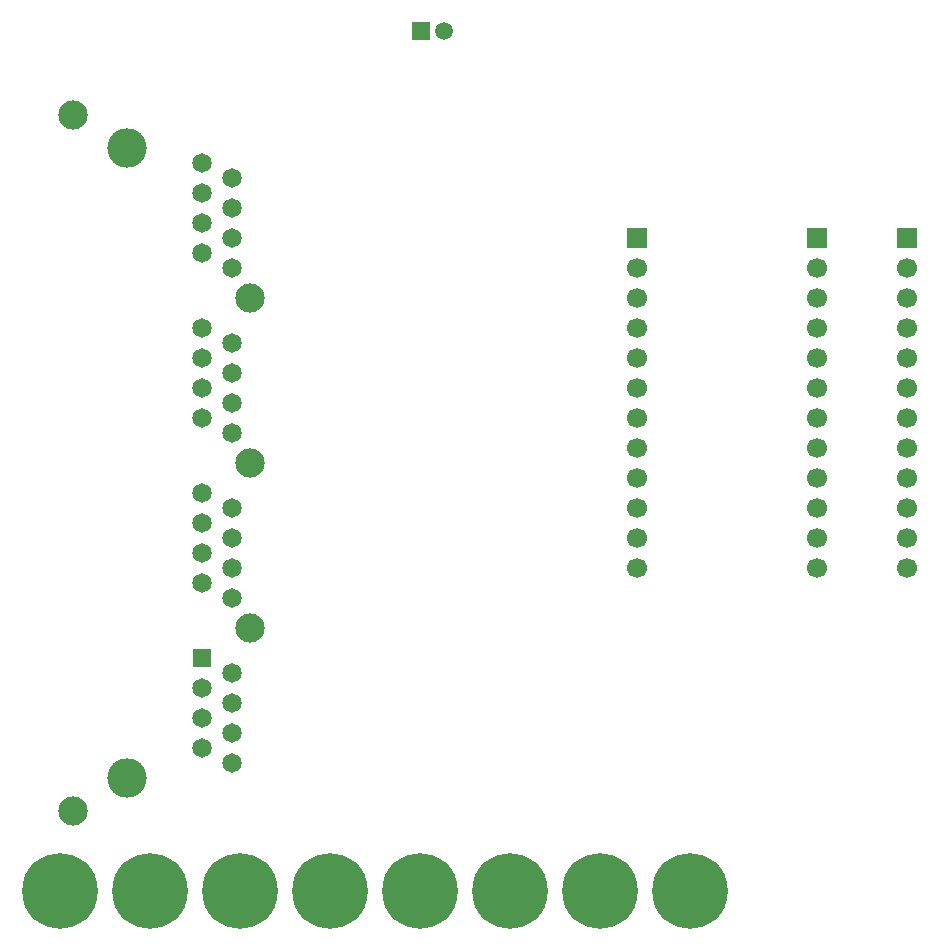
<source format=gbs>
%TF.GenerationSoftware,KiCad,Pcbnew,9.0.7-9.0.7~ubuntu24.04.1*%
%TF.CreationDate,2026-01-11T20:57:21+02:00*%
%TF.ProjectId,HCP65 24 Pin Tester,48435036-3520-4323-9420-50696e205465,V1*%
%TF.SameCoordinates,Original*%
%TF.FileFunction,Soldermask,Bot*%
%TF.FilePolarity,Negative*%
%FSLAX46Y46*%
G04 Gerber Fmt 4.6, Leading zero omitted, Abs format (unit mm)*
G04 Created by KiCad (PCBNEW 9.0.7-9.0.7~ubuntu24.04.1) date 2026-01-11 20:57:21*
%MOMM*%
%LPD*%
G01*
G04 APERTURE LIST*
%ADD10C,1.700000*%
%ADD11R,1.700000X1.700000*%
%ADD12C,2.475000*%
%ADD13C,1.650000*%
%ADD14R,1.650000X1.650000*%
%ADD15C,3.330000*%
%ADD16C,6.400000*%
%ADD17R,1.500000X1.500000*%
%ADD18C,1.500000*%
G04 APERTURE END LIST*
D10*
%TO.C,J3*%
X52070000Y-34290000D03*
X52070000Y-31750000D03*
X52070000Y-29210000D03*
X52070000Y-26670000D03*
X52070000Y-24130000D03*
X52070000Y-21590000D03*
X52070000Y-19050000D03*
X52070000Y-16510000D03*
X52070000Y-13970000D03*
X52070000Y-11430000D03*
X52070000Y-8890000D03*
D11*
X52070000Y-6350000D03*
%TD*%
D12*
%TO.C,J1*%
X-10920000Y-54860000D03*
X4060000Y-39370000D03*
X4060000Y-25400001D03*
X4060000Y-11430000D03*
X-10920000Y4060000D03*
D13*
X2540000Y-8890000D03*
X0Y-7619999D03*
X2540000Y-6350000D03*
X0Y-5080000D03*
X2540000Y-3810000D03*
X0Y-2540000D03*
X2540000Y-1270000D03*
X0Y0D03*
X2540000Y-22860000D03*
X0Y-21590000D03*
X2540000Y-20320000D03*
X0Y-19050000D03*
X2540000Y-17780000D03*
X0Y-16510000D03*
X2540000Y-15240000D03*
X0Y-13970001D03*
X2540000Y-36830000D03*
X0Y-35560000D03*
X2540000Y-34290000D03*
X0Y-33020000D03*
X2540000Y-31750000D03*
X0Y-30479999D03*
X2540000Y-29210000D03*
X0Y-27940000D03*
X2540000Y-50800000D03*
X0Y-49530000D03*
X2540000Y-48260000D03*
X0Y-46989999D03*
X2540000Y-45720000D03*
X0Y-44450000D03*
X2540000Y-43180000D03*
D14*
X0Y-41910000D03*
D15*
X-6350000Y-52070000D03*
X-6350000Y1270000D03*
%TD*%
D16*
%TO.C,H4*%
X3247002Y-61595496D03*
%TD*%
%TO.C,H7*%
X18487002Y-61595496D03*
%TD*%
%TO.C,H8*%
X33727002Y-61595496D03*
%TD*%
%TO.C,H6*%
X26107002Y-61595496D03*
%TD*%
%TO.C,H3*%
X-4372998Y-61595496D03*
%TD*%
%TO.C,H5*%
X10867002Y-61595496D03*
%TD*%
%TO.C,H2*%
X-11992998Y-61595496D03*
%TD*%
D11*
%TO.C,J8*%
X36830000Y-6350000D03*
D10*
X36830000Y-8890000D03*
X36830000Y-11430000D03*
X36830000Y-13970000D03*
X36830000Y-16510000D03*
X36830000Y-19050000D03*
X36830000Y-21590000D03*
X36830000Y-24130000D03*
X36830000Y-26670000D03*
X36830000Y-29210000D03*
X36830000Y-31750000D03*
X36830000Y-34290000D03*
%TD*%
D16*
%TO.C,H1*%
X41347002Y-61595496D03*
%TD*%
D11*
%TO.C,J9*%
X59690000Y-6350000D03*
D10*
X59690000Y-8890000D03*
X59690000Y-11430000D03*
X59690000Y-13970000D03*
X59690000Y-16510000D03*
X59690000Y-19050000D03*
X59690000Y-21590000D03*
X59690000Y-24130000D03*
X59690000Y-26670000D03*
X59690000Y-29210000D03*
X59690000Y-31750000D03*
X59690000Y-34290000D03*
%TD*%
D17*
%TO.C,C10*%
X18542000Y11176000D03*
D18*
X20542000Y11176000D03*
%TD*%
M02*

</source>
